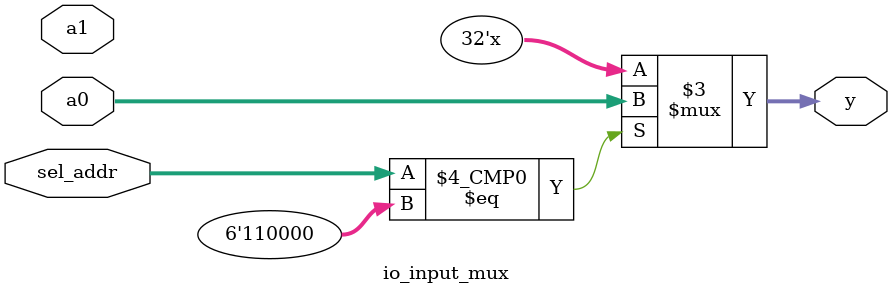
<source format=v>
module io_input_reg(addr,io_clk,io_read_data,in_port0);
	
	input		[31:0]	addr;
	input		[7:0]	in_port0;
	input					io_clk;
	
	output	[31:0]	io_read_data;

	reg		[31:0]	in_reg0,in_reg1;
	
	io_input_mux		io_input_mux2x32(in_reg0,in_reg1,addr[7:2],io_read_data);
	
	always @(posedge io_clk)
		begin
			in_reg0 <= {24'b0,in_port0};
			in_reg1 <= {24'b0,in_port0};
		end

endmodule

module	io_input_mux(a0,a1,sel_addr,y);
	input		[31:0]	a0,a1;
	input		[5:0]		sel_addr;
	output	[31:0]	y;
	
	reg		[31:0]	y;
	
	always @ *
		case(sel_addr)
			6'b110000: y = a0;
		endcase
endmodule
</source>
